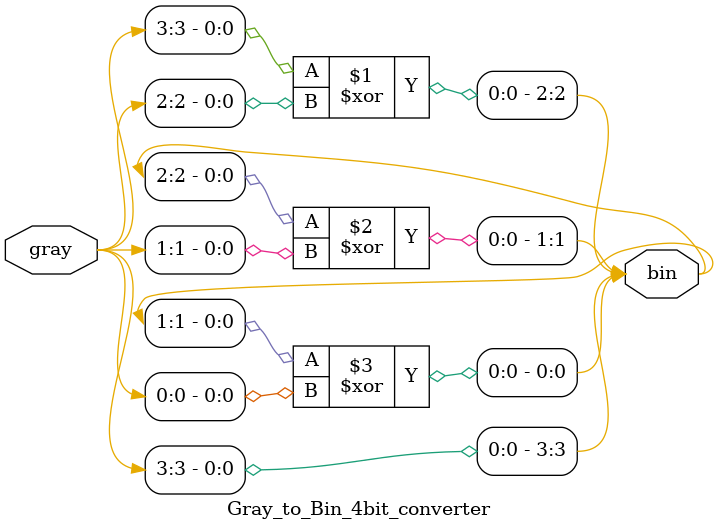
<source format=v>
module Gray_to_Bin_4bit_converter(input [3:0] gray, output [3:0] bin);

 assign bin[3] = gray[3];
 assign bin[2] = gray[3] ^ gray[2];
 assign bin[1] = bin[2] ^ gray[1];
 assign bin[0] = bin[1] ^ gray[0];


endmodule

</source>
